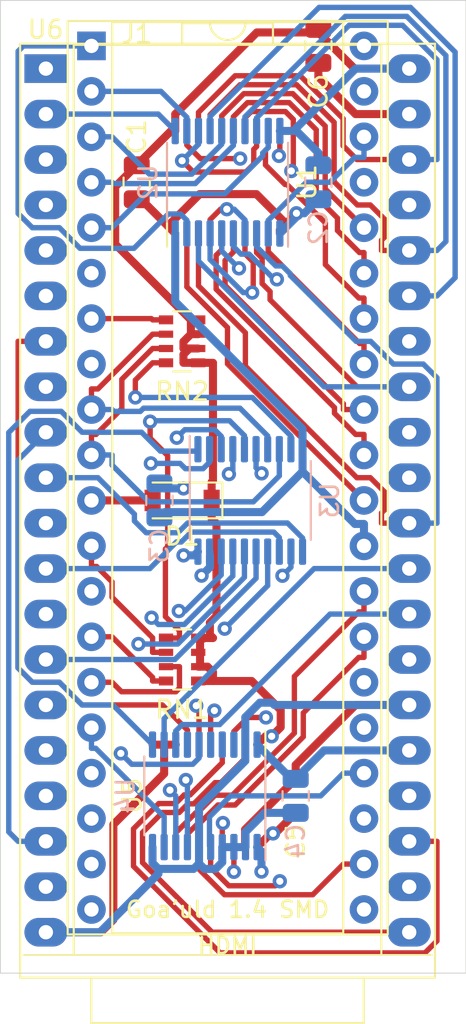
<source format=kicad_pcb>
(kicad_pcb (version 20211014) (generator pcbnew)
  (title_block (title "MSX-IDE 2021") (date "2021-08-05") (company "MSXmakers"))
  (layers (0 "F.Cu" signal "Top") (1 "In1.Cu" signal) (2 "In2.Cu" signal) (31 "B.Cu" signal "Bottom") (34 "B.Paste" user) (35 "F.Paste" user) (36 "B.SilkS" user "B.Silkscreen") (37 "F.SilkS" user "F.Silkscreen") (38 "B.Mask" user) (39 "F.Mask" user) (44 "Edge.Cuts" user))
  (net 0 "")
  (net 1 "VCC_3V3")
  (net 2 "GND")
  (net 3 "VCC_5V")
  (net 6 "MP0_33")
  (net 7 "A0")
  (net 8 "MP1_33")
  (net 9 "MP2_33")
  (net 10 "MP3_33")
  (net 11 "MERQ")
  (net 12 "IORQ")
  (net 13 "RD")
  (net 14 "WR")
  (net 15 "RESET")
  (net 16 "CLOCK")
  (net 17 "D0")
  (net 18 "D1")
  (net 19 "D2")
  (net 20 "D3")
  (net 21 "D4")
  (net 22 "D5")
  (net 23 "D6")
  (net 24 "D7")
  (net 25 "A1")
  (net 26 "A2")
  (net 27 "A3")
  (net 28 "A4")
  (net 29 "A5")
  (net 30 "A6")
  (net 31 "A7")
  (net 32 "A9")
  (net 33 "A15")
  (net 34 "A11")
  (net 35 "A10")
  (net 36 "A12")
  (net 37 "A8")
  (net 38 "A14")
  (net 39 "A13")
  (net 40 "DATADIR_33")
  (net 41 "M1")
  (net 42 "RFSH")
  (net 43 "MSEL0_33")
  (net 44 "MP4_33")
  (net 45 "MP5_33")
  (net 46 "MP6_33")
  (net 47 "WAIT")
  (net 48 "INT")
  (net 49 "MP7_33")
  (net 50 "MSEL1_33")
  (net 53 "WAIT_33")
  (net 55 "INT_33")
  (net 56 "RFSH_33")
  (net 57 "M1_33")
  (net 59 "VCC_4V7")
  (net 61 "CLOCK_33")
  (net 62 "RESET_33")
  (net 63 "WR_33")
  (net 64 "RD_33")
  (net 65 "IORQ_33")
  (net 66 "MERQ_33")
  (net 68 "D7_33")
  (net 69 "D6_33")
  (net 70 "D5_33")
  (net 71 "D4_33")
  (net 72 "D3_33")
  (net 73 "D2_33")
  (net 74 "D1_33")
  (net 75 "D0_33")
  (footprint "Package_SO:TSSOP-20_4.4x6.5mm_P0.65mm" (layer "F.Cu") (at 147.32 83.82 90)
    (fp_text reference "U1")
    (fp_text value "74HC373")
  )
  (footprint "Mis_huellas:Tang_Nano_20k" (layer "F.Cu") (at 137.16 77.47)
    (fp_text reference "U6")
    (fp_text value "Tang_Nano_20k")
  )
  (footprint "Package_SO:TSSOP-20_4.4x6.5mm_P0.65mm" (layer "F.Cu") (at 146.05 118.11 -90)
    (fp_text reference "U5")
    (fp_text value "SN74HC245")
  )
  (footprint "Capacitor_SMD:C_0805_2012Metric" (layer "F.Cu") (at 152.4 76.2 -90)
    (fp_text reference "C6")
    (fp_text value "100n")
  )
  (footprint "Resistor_SMD:R_Array_Convex_4x0603" (layer "F.Cu") (at 144.78 110.49 180)
    (fp_text reference "RN1")
    (fp_text value "R_Pack04")
  )
  (footprint "Diode_SMD:D_SOD-123" (layer "F.Cu") (at 144.78 101.6 180)
    (fp_text reference "D1")
    (fp_text value "MBR130")
  )
  (footprint "Resistor_SMD:R_Array_Convex_4x0603" (layer "F.Cu") (at 144.78 92.71 180)
    (fp_text reference "RN2")
    (fp_text value "R_Pack04")
  )
  (footprint "Capacitor_SMD:C_0805_2012Metric" (layer "F.Cu") (at 151.13 118.11 90)
    (fp_text reference "C5")
    (fp_text value "100n")
  )
  (footprint "Package_DIP:DIP-40_W15.24mm_Socket" (layer "F.Cu") (at 139.71 76.2)
    (fp_text reference "J1")
    (fp_text value "Z80CPU")
  )
  (footprint "Capacitor_SMD:C_0805_2012Metric" (layer "F.Cu") (at 142.24 83.82 -90)
    (fp_text reference "C1")
    (fp_text value "100n")
  )
  (footprint "Package_SO:TSSOP-20_4.4x6.5mm_P0.65mm" (layer "B.Cu") (at 148.59 101.6 -90)
    (fp_text reference "U3")
    (fp_text value "SN74LVC245A")
  )
  (footprint "Capacitor_SMD:C_0805_2012Metric" (layer "B.Cu") (at 151.13 118.11 -90)
    (fp_text reference "C4")
    (fp_text value "100n")
  )
  (footprint "Package_SO:TSSOP-20_4.4x6.5mm_P0.65mm" (layer "B.Cu") (at 146.05 118.11 90)
    (fp_text reference "U4")
    (fp_text value "SN74LVC245A")
  )
  (footprint "Capacitor_SMD:C_0805_2012Metric" (layer "B.Cu") (at 143.51 101.6 -90)
    (fp_text reference "C3")
    (fp_text value "100n")
  )
  (footprint "Capacitor_SMD:C_0805_2012Metric" (layer "B.Cu") (at 152.4 83.82 -90)
    (fp_text reference "C2")
    (fp_text value "100n")
  )
  (footprint "Package_SO:TSSOP-20_4.4x6.5mm_P0.65mm" (layer "B.Cu") (at 147.32 83.82 90)
    (fp_text reference "U2")
    (fp_text value "74HC373")
  )
  (gr_rect (start 134.62 73.66) (end 160.655 128.016) (layer "Edge.Cuts") (width 0.05) (fill none))
  (gr_text "Goa'uld 1.4 SMD" (at 147.32 124.46) (layer "F.SilkS") (effects (font (size 0.9 0.9))))
  (gr_text "HDMI" (at 147.32 126.492) (layer "F.SilkS") (effects (font (size 0.9 0.9))))
  (via (at 149.2178 122.3401) (size 0.8) (drill 0.4) (layers "F.Cu" "B.Cu") (net 1))
  (via (at 144.8572 100.928) (size 0.8) (drill 0.4) (layers "F.Cu" "B.Cu") (net 1))
  (via (at 144.8581 104.6708) (size 0.8) (drill 0.4) (layers "F.Cu" "B.Cu") (net 1))
  (segment (start 144.8581 104.6708) (end 145.4567 104.6708) (width 0.45) (layer "B.Cu") (net 1))
  (segment (start 157.48 115.57) (end 152.72 115.57) (width 0.45) (layer "B.Cu") (net 1))
  (segment (start 145.4567 104.6708) (end 145.665 104.4625) (width 0.45) (layer "B.Cu") (net 1))
  (segment (start 148.9752 120.9725) (end 149.2178 121.2151) (width 0.45) (layer "B.Cu") (net 1))
  (segment (start 143.51 100.65) (end 143.788 100.928) (width 0.45) (layer "B.Cu") (net 1))
  (segment (start 143.788 100.928) (end 144.8572 100.928) (width 0.45) (layer "B.Cu") (net 1))
  (segment (start 148.975 120.9725) (end 148.9752 120.9725) (width 0.45) (layer "B.Cu") (net 1))
  (segment (start 151.13 117.16) (end 150.8875 117.16) (width 0.45) (layer "B.Cu") (net 1))
  (segment (start 150.8875 117.16) (end 148.975 115.2475) (width 0.45) (layer "B.Cu") (net 1))
  (segment (start 152.72 115.57) (end 151.13 117.16) (width 0.45) (layer "B.Cu") (net 1))
  (segment (start 149.2178 121.2151) (end 149.2178 122.3401) (width 0.45) (layer "B.Cu") (net 1))
  (segment (start 157.48 80.01) (end 154.477 80.01) (width 0.45) (layer "F.Cu") (net 2))
  (segment (start 150.5903 86.1363) (end 148.9371 84.4831) (width 0.45) (layer "F.Cu") (net 2))
  (segment (start 148.3006 120.7277) (end 148.3006 119.9894) (width 0.45) (layer "F.Cu") (net 2))
  (segment (start 140.9352 125.0304) (end 140.2356 125.73) (width 0.45) (layer "F.Cu") (net 2))
  (segment (start 148.3006 120.9481) (end 148.325 120.9725) (width 0.4006) (layer "F.Cu") (net 2))
  (segment (start 145.761 84.4831) (end 143.9783 86.2658) (width 0.45) (layer "F.Cu") (net 2))
  (segment (start 148.3006 119.9894) (end 151.13 117.16) (width 0.45) (layer "F.Cu") (net 2))
  (segment (start 143.125 115.2475) (end 143.775 115.2475) (width 0.45) (layer "F.Cu") (net 2))
  (segment (start 151.13 116.38) (end 154.48 113.03) (width 0.45) (layer "F.Cu") (net 2))
  (segment (start 150.245 86.4816) (end 150.245 86.6825) (width 0.45) (layer "F.Cu") (net 2))
  (segment (start 151.13 117.16) (end 151.13 116.38) (width 0.45) (layer "F.Cu") (net 2))
  (segment (start 143.9783 86.2658) (end 144.395 86.6825) (width 0.45) (layer "F.Cu") (net 2))
  (segment (start 148.9371 84.4831) (end 145.761 84.4831) (width 0.45) (layer "F.Cu") (net 2))
  (segment (start 154.477 80.01) (end 152.4 77.933) (width 0.45) (layer "F.Cu") (net 2))
  (segment (start 140.9352 119.7109) (end 140.9352 125.0304) (width 0.45) (layer "F.Cu") (net 2))
  (segment (start 143.775 115.2475) (end 143.775 116.8711) (width 0.45) (layer "F.Cu") (net 2))
  (segment (start 140.2356 125.73) (end 137.16 125.73) (width 0.45) (layer "F.Cu") (net 2))
  (segment (start 152.4 77.933) (end 152.4 77.15) (width 0.45) (layer "F.Cu") (net 2))
  (segment (start 142.4825 84.77) (end 143.9783 86.2658) (width 0.45) (layer "F.Cu") (net 2))
  (segment (start 143.775 116.8711) (end 140.9352 119.7109) (width 0.45) (layer "F.Cu") (net 2))
  (segment (start 151.1733 85.5533) (end 150.5903 86.1363) (width 0.45) (layer "F.Cu") (net 2))
  (segment (start 142.24 84.77) (end 142.4825 84.77) (width 0.45) (layer "F.Cu") (net 2))
  (segment (start 143.775 115.2475) (end 144.425 115.2475) (width 0.45) (layer "F.Cu") (net 2))
  (segment (start 154.48 113.03) (end 157.48 113.03) (width 0.45) (layer "F.Cu") (net 2))
  (segment (start 150.5903 86.1363) (end 150.245 86.4816) (width 0.45) (layer "F.Cu") (net 2))
  (segment (start 148.3006 120.7277) (end 148.3006 120.9481) (width 0.4006) (layer "F.Cu") (net 2))
  (via (at 151.1733 85.5533) (size 0.8) (drill 0.4) (layers "F.Cu" "B.Cu") (net 2))
  (via (at 145.8665 105.8015) (size 0.8) (drill 0.4) (layers "F.Cu" "B.Cu") (net 2))
  (segment (start 151.6167 85.5533) (end 151.1733 85.5533) (width 0.45) (layer "B.Cu") (net 2))
  (segment (start 140.1864 125.73) (end 137.16 125.73) (width 0.45) (layer "B.Cu") (net 2))
  (segment (start 149.8077 112.9032) (end 149.1242 112.9032) (width 0.45) (layer "B.Cu") (net 2))
  (segment (start 143.8068 102.2532) (end 149.2494 102.2532) (width 0.45) (layer "B.Cu") (net 2))
  (segment (start 148.325 120.126) (end 148.325 120.9725) (width 0.45) (layer "B.Cu") (net 2))
  (segment (start 143.4556 122.1907) (end 143.4556 122.4608) (width 0.45) (layer "B.Cu") (net 2))
  (segment (start 143.4556 122.4608) (end 140.1864 125.73) (width 0.45) (layer "B.Cu") (net 2))
  (segment (start 151.515 98.7375) (end 151.515 99.9876) (width 0.45) (layer "B.Cu") (net 2))
  (segment (start 147.025 120.9725) (end 147.025 121.82) (width 0.45) (layer "B.Cu") (net 2))
  (segment (start 151.13 119.06) (end 149.391 119.06) (width 0.45) (layer "B.Cu") (net 2))
  (segment (start 151.515 99.9876) (end 154.4423 102.9149) (width 0.45) (layer "B.Cu") (net 2))
  (segment (start 151.515 97.6105) (end 151.515 98.7375) (width 0.45) (layer "B.Cu") (net 2))
  (segment (start 146.3394 104.4869) (end 146.315 104.4625) (width 0.4006) (layer "B.Cu") (net 2))
  (segment (start 148.3128 115.2475) (end 148.325 115.2475) (width 0.4006) (layer "B.Cu") (net 2))
  (segment (start 148.3128 113.7146) (end 148.3128 115.2475) (width 0.45) (layer "B.Cu") (net 2))
  (segment (start 143.125 121.8601) (end 143.125 120.9725) (width 0.45) (layer "B.Cu") (net 2))
  (segment (start 149.9345 113.03) (end 149.8077 112.9032) (width 0.45) (layer "B.Cu") (net 2))
  (segment (start 147.025 120.9725) (end 147.675 120.9725) (width 0.45) (layer "B.Cu") (net 2))
  (segment (start 146.0284 122.194) (end 145.725 121.8906) (width 0.45) (layer "B.Cu") (net 2))
  (segment (start 147.025 121.82) (end 146.651 122.194) (width 0.45) (layer "B.Cu") (net 2))
  (segment (start 145.725 121.8906) (end 145.4249 122.1907) (width 0.45) (layer "B.Cu") (net 2))
  (segment (start 143.51 102.55) (end 143.8068 102.2532) (width 0.45) (layer "B.Cu") (net 2))
  (segment (start 148.3128 115.2475) (end 148.3128 116.1529) (width 0.45) (layer "B.Cu") (net 2))
  (segment (start 146.651 122.194) (end 146.0284 122.194) (width 0.45) (layer "B.Cu") (net 2))
  (segment (start 151.1733 85.7542) (end 150.245 86.6825) (width 0.45) (layer "B.Cu") (net 2))
  (segment (start 152.4 84.77) (end 151.6167 85.5533) (width 0.45) (layer "B.Cu") (net 2))
  (segment (start 149.391 119.06) (end 148.325 120.126) (width 0.45) (layer "B.Cu") (net 2))
  (segment (start 149.1242 112.9032) (end 148.3128 113.7146) (width 0.45) (layer "B.Cu") (net 2))
  (segment (start 157.48 113.03) (end 149.9345 113.03) (width 0.45) (layer "B.Cu") (net 2))
  (segment (start 154.4423 102.9149) (end 154.95 102.9149) (width 0.45) (layer "B.Cu") (net 2))
  (segment (start 144.395 86.6825) (end 144.395 90.4905) (width 0.45) (layer "B.Cu") (net 2))
  (segment (start 148.3128 116.1529) (end 145.725 118.7407) (width 0.45) (layer "B.Cu") (net 2))
  (segment (start 151.1733 85.5533) (end 151.1733 85.7542) (width 0.45) (layer "B.Cu") (net 2))
  (segment (start 143.4556 122.1907) (end 143.125 121.8601) (width 0.45) (layer "B.Cu") (net 2))
  (segment (start 146.3394 104.7073) (end 146.3394 104.4869) (width 0.4006) (layer "B.Cu") (net 2))
  (segment (start 145.4249 122.1907) (end 143.4556 122.1907) (width 0.45) (layer "B.Cu") (net 2))
  (segment (start 154.95 104.14) (end 154.95 102.9149) (width 0.45) (layer "B.Cu") (net 2))
  (segment (start 144.395 90.4905) (end 151.515 97.6105) (width 0.45) (layer "B.Cu") (net 2))
  (segment (start 147.675 120.9725) (end 148.325 120.9725) (width 0.45) (layer "B.Cu") (net 2))
  (segment (start 149.2494 102.2532) (end 151.515 99.9876) (width 0.45) (layer "B.Cu") (net 2))
  (segment (start 145.725 121.8906) (end 145.725 120.9725) (width 0.45) (layer "B.Cu") (net 2))
  (segment (start 145.725 118.7407) (end 145.725 120.9725) (width 0.45) (layer "B.Cu") (net 2))
  (segment (start 146.3394 105.3286) (end 145.8665 105.8015) (width 0.45) (layer "B.Cu") (net 2))
  (segment (start 146.3394 104.7073) (end 146.3394 105.3286) (width 0.45) (layer "B.Cu") (net 2))
  (segment (start 139.71 101.6) (end 143.13 101.6) (width 0.45) (layer "F.Cu") (net 3))
  (segment (start 154.5532 100.33) (end 155.3066 100.33) (width 0.3) (layer "F.Cu") (net 6))
  (segment (start 155.9299 102.3009) (end 155.9299 102.87) (width 0.3) (layer "F.Cu") (net 6))
  (segment (start 145.695 86.6825) (end 145.695 89.608) (width 0.3) (layer "F.Cu") (net 6))
  (segment (start 156.1194 102.1114) (end 155.9299 102.3009) (width 0.3) (layer "F.Cu") (net 6))
  (segment (start 155.3066 100.33) (end 156.1194 101.1428) (width 0.3) (layer "F.Cu") (net 6))
  (segment (start 145.695 89.608) (end 148.3171 92.2301) (width 0.3) (layer "F.Cu") (net 6))
  (segment (start 148.3171 92.2301) (end 148.3171 94.0939) (width 0.3) (layer "F.Cu") (net 6))
  (segment (start 157.48 102.87) (end 155.9299 102.87) (width 0.3) (layer "F.Cu") (net 6))
  (segment (start 148.3171 94.0939) (end 154.5532 100.33) (width 0.3) (layer "F.Cu") (net 6))
  (segment (start 156.1194 101.1428) (end 156.1194 102.1114) (width 0.3) (layer "F.Cu") (net 6))
  (segment (start 150.8284 89.0266) (end 150.8284 88.934) (width 0.3) (layer "B.Cu") (net 6))
  (segment (start 150.0186 88.4946) (end 148.945 87.421) (width 0.3) (layer "B.Cu") (net 6))
  (segment (start 150.389 88.4946) (end 150.0186 88.4946) (width 0.3) (layer "B.Cu") (net 6))
  (segment (start 150.8284 88.934) (end 150.389 88.4946) (width 0.3) (layer "B.Cu") (net 6))
  (segment (start 159.0301 94.7403) (end 158.2698 93.98) (width 0.3) (layer "B.Cu") (net 6))
  (segment (start 154.5118 92.71) (end 150.8284 89.0266) (width 0.3) (layer "B.Cu") (net 6))
  (segment (start 155.3267 92.71) (end 154.5118 92.71) (width 0.3) (layer "B.Cu") (net 6))
  (segment (start 148.945 87.421) (end 148.945 86.6825) (width 0.3) (layer "B.Cu") (net 6))
  (segment (start 157.48 102.87) (end 159.0301 102.87) (width 0.3) (layer "B.Cu") (net 6))
  (segment (start 158.2698 93.98) (end 156.5967 93.98) (width 0.3) (layer "B.Cu") (net 6))
  (segment (start 159.0301 102.87) (end 159.0301 94.7403) (width 0.3) (layer "B.Cu") (net 6))
  (segment (start 156.5967 93.98) (end 155.3267 92.71) (width 0.3) (layer "B.Cu") (net 6))
  (segment (start 145.045 89.6655) (end 147.3168 91.9373) (width 0.3) (layer "F.Cu") (net 7))
  (segment (start 147.3168 93.9668) (end 154.95 101.6) (width 0.3) (layer "F.Cu") (net 7))
  (segment (start 147.3168 91.9373) (end 147.3168 93.9668) (width 0.3) (layer "F.Cu") (net 7))
  (segment (start 145.045 86.6825) (end 145.045 89.6655) (width 0.3) (layer "F.Cu") (net 7))
  (segment (start 146.345 85.9094) (end 146.345 86.6825) (width 0.3) (layer "F.Cu") (net 8))
  (segment (start 147.2799 85.3263) (end 146.9281 85.3263) (width 0.3) (layer "F.Cu") (net 8))
  (segment (start 146.9281 85.3263) (end 146.345 85.9094) (width 0.3) (layer "F.Cu") (net 8))
  (via (at 147.2799 85.3263) (size 0.8) (drill 0.4) (layers "F.Cu" "B.Cu") (net 8))
  (segment (start 148.295 85.926) (end 147.6953 85.3263) (width 0.3) (layer "B.Cu") (net 8))
  (segment (start 147.6953 85.3263) (end 147.2799 85.3263) (width 0.3) (layer "B.Cu") (net 8))
  (segment (start 148.295 86.6825) (end 148.295 85.926) (width 0.3) (layer "B.Cu") (net 8))
  (segment (start 148.295 87.8151) (end 148.7552 88.2753) (width 0.3) (layer "F.Cu") (net 9))
  (segment (start 148.7552 88.2753) (end 148.7552 89.9259) (width 0.3) (layer "F.Cu") (net 9))
  (segment (start 148.295 86.6825) (end 148.295 87.8151) (width 0.3) (layer "F.Cu") (net 9))
  (segment (start 148.7552 89.9259) (end 148.6965 89.9846) (width 0.3) (layer "F.Cu") (net 9))
  (via (at 148.6965 89.9846) (size 0.8) (drill 0.4) (layers "F.Cu" "B.Cu") (net 9))
  (segment (start 148.1926 89.9846) (end 148.6965 89.9846) (width 0.3) (layer "B.Cu") (net 9))
  (segment (start 146.345 86.6825) (end 146.345 88.137) (width 0.3) (layer "B.Cu") (net 9))
  (segment (start 146.345 88.137) (end 148.1926 89.9846) (width 0.3) (layer "B.Cu") (net 9))
  (segment (start 154.5631 95.25) (end 149.6982 90.3851) (width 0.3) (layer "F.Cu") (net 10))
  (segment (start 149.2553 88.0682) (end 148.945 87.7579) (width 0.3) (layer "F.Cu") (net 10))
  (segment (start 149.2553 89.4827) (end 149.2553 88.0682) (width 0.3) (layer "F.Cu") (net 10))
  (segment (start 149.6982 89.9256) (end 149.2553 89.4827) (width 0.3) (layer "F.Cu") (net 10))
  (segment (start 157.48 95.25) (end 154.5631 95.25) (width 0.3) (layer "F.Cu") (net 10))
  (segment (start 149.6982 90.3851) (end 149.6982 89.9256) (width 0.3) (layer "F.Cu") (net 10))
  (segment (start 148.945 87.7579) (end 148.945 86.6825) (width 0.3) (layer "F.Cu") (net 10))
  (segment (start 152.7238 95.25) (end 157.48 95.25) (width 0.3) (layer "B.Cu") (net 10))
  (segment (start 145.695 88.2212) (end 152.7238 95.25) (width 0.3) (layer "B.Cu") (net 10))
  (segment (start 145.695 86.6825) (end 145.695 88.2212) (width 0.3) (layer "B.Cu") (net 10))
  (segment (start 147.675 122.3535) (end 147.675 120.9725) (width 0.3) (layer "F.Cu") (net 11))
  (via (at 147.675 122.3535) (size 0.8) (drill 0.4) (layers "F.Cu" "B.Cu") (net 11))
  (segment (start 147.025 119.6646) (end 147.0604 119.6292) (width 0.3) (layer "F.Cu") (net 12))
  (segment (start 147.025 120.9725) (end 147.025 119.6646) (width 0.3) (layer "F.Cu") (net 12))
  (via (at 147.0604 119.6292) (size 0.8) (drill 0.4) (layers "F.Cu" "B.Cu") (net 12))
  (segment (start 149.9904 123.134) (end 147.3937 123.134) (width 0.3) (layer "F.Cu") (net 13))
  (segment (start 147.3937 123.134) (end 146.375 122.1153) (width 0.3) (layer "F.Cu") (net 13))
  (segment (start 146.375 122.1153) (end 146.375 120.9725) (width 0.3) (layer "F.Cu") (net 13))
  (segment (start 150.2433 122.8811) (end 149.9904 123.134) (width 0.3) (layer "F.Cu") (net 13))
  (via (at 150.2433 122.8811) (size 0.8) (drill 0.4) (layers "F.Cu" "B.Cu") (net 13))
  (segment (start 154.95 121.92) (end 153.7999 121.92) (width 0.3) (layer "F.Cu") (net 14))
  (segment (start 153.7999 121.92) (end 152.085 123.6349) (width 0.3) (layer "F.Cu") (net 14))
  (segment (start 152.085 123.6349) (end 147.1508 123.6349) (width 0.3) (layer "F.Cu") (net 14))
  (segment (start 145.725 122.2091) (end 145.725 120.9725) (width 0.3) (layer "F.Cu") (net 14))
  (segment (start 147.1508 123.6349) (end 145.725 122.2091) (width 0.3) (layer "F.Cu") (net 14))
  (via (at 144.9865 117.2235) (size 0.8) (drill 0.4) (layers "F.Cu" "B.Cu") (net 15))
  (segment (start 145.075 117.312) (end 144.9865 117.2235) (width 0.3) (layer "B.Cu") (net 15))
  (segment (start 145.075 120.9725) (end 145.075 117.312) (width 0.3) (layer "B.Cu") (net 15))
  (via (at 144.0997 117.7888) (size 0.8) (drill 0.4) (layers "F.Cu" "B.Cu") (net 16))
  (segment (start 144.425 120.9725) (end 144.425 118.1141) (width 0.3) (layer "B.Cu") (net 16))
  (segment (start 144.425 118.1141) (end 144.0997 117.7888) (width 0.3) (layer "B.Cu") (net 16))
  (segment (start 143.88 111.69) (end 143.1299 111.69) (width 0.3) (layer "F.Cu") (net 17))
  (segment (start 143.1299 111.4898) (end 143.1299 111.69) (width 0.3) (layer "F.Cu") (net 17))
  (segment (start 140.8601 109.22) (end 143.1299 111.4898) (width 0.3) (layer "F.Cu") (net 17))
  (segment (start 139.71 109.22) (end 140.8601 109.22) (width 0.3) (layer "F.Cu") (net 17))
  (via (at 143.0322 99.5304) (size 0.8) (drill 0.4) (layers "F.Cu" "B.Cu") (net 17))
  (segment (start 146.315 99.463) (end 145.9506 99.8274) (width 0.3) (layer "B.Cu") (net 17))
  (segment (start 146.315 98.7375) (end 146.315 99.463) (width 0.3) (layer "B.Cu") (net 17))
  (segment (start 144.9612 99.8274) (end 144.6642 99.5304) (width 0.3) (layer "B.Cu") (net 17))
  (segment (start 145.9506 99.8274) (end 144.9612 99.8274) (width 0.3) (layer "B.Cu") (net 17))
  (segment (start 144.6642 99.5304) (end 143.0322 99.5304) (width 0.3) (layer "B.Cu") (net 17))
  (segment (start 141.3903 112.2902) (end 144.4313 112.2902) (width 0.3) (layer "F.Cu") (net 18))
  (segment (start 140.8601 111.76) (end 141.3903 112.2902) (width 0.3) (layer "F.Cu") (net 18))
  (segment (start 144.4313 112.2902) (end 144.6301 112.0914) (width 0.3) (layer "F.Cu") (net 18))
  (segment (start 143.88 110.89) (end 144.6301 110.89) (width 0.3) (layer "F.Cu") (net 18))
  (segment (start 139.71 111.76) (end 140.8601 111.76) (width 0.3) (layer "F.Cu") (net 18))
  (segment (start 144.6301 112.0914) (end 144.6301 110.89) (width 0.3) (layer "F.Cu") (net 18))
  (via (at 144.4793 98.0953) (size 0.8) (drill 0.4) (layers "F.Cu" "B.Cu") (net 18))
  (segment (start 146.965 98.0123) (end 146.6011 97.6484) (width 0.3) (layer "B.Cu") (net 18))
  (segment (start 146.965 98.7375) (end 146.965 98.0123) (width 0.3) (layer "B.Cu") (net 18))
  (segment (start 144.9262 97.6484) (end 144.4793 98.0953) (width 0.3) (layer "B.Cu") (net 18))
  (segment (start 146.6011 97.6484) (end 144.9262 97.6484) (width 0.3) (layer "B.Cu") (net 18))
  (segment (start 139.71 104.14) (end 139.71 105.2901) (width 0.3) (layer "F.Cu") (net 19))
  (segment (start 140.8601 107.0072) (end 143.1299 109.277) (width 0.3) (layer "F.Cu") (net 19))
  (segment (start 143.1299 109.277) (end 143.1299 110.09) (width 0.3) (layer "F.Cu") (net 19))
  (segment (start 139.9976 105.2901) (end 140.8601 106.1526) (width 0.3) (layer "F.Cu") (net 19))
  (segment (start 140.8601 106.1526) (end 140.8601 107.0072) (width 0.3) (layer "F.Cu") (net 19))
  (segment (start 143.88 110.09) (end 143.1299 110.09) (width 0.3) (layer "F.Cu") (net 19))
  (segment (start 139.71 105.2901) (end 139.9976 105.2901) (width 0.3) (layer "F.Cu") (net 19))
  (via (at 147.395 100.1283) (size 0.8) (drill 0.4) (layers "F.Cu" "B.Cu") (net 19))
  (segment (start 147.615 99.9083) (end 147.395 100.1283) (width 0.3) (layer "B.Cu") (net 19))
  (segment (start 147.615 98.7375) (end 147.615 99.9083) (width 0.3) (layer "B.Cu") (net 19))
  (segment (start 143.845 108.0911) (end 143.845 104.3162) (width 0.3) (layer "F.Cu") (net 20))
  (segment (start 143.88 109.29) (end 144.6301 109.29) (width 0.3) (layer "F.Cu") (net 20))
  (segment (start 143.972 99.0961) (end 142.9909 98.115) (width 0.3) (layer "F.Cu") (net 20))
  (segment (start 143.972 104.1892) (end 143.972 99.0961) (width 0.3) (layer "F.Cu") (net 20))
  (segment (start 144.6301 108.8762) (end 143.845 108.0911) (width 0.3) (layer "F.Cu") (net 20))
  (segment (start 143.845 104.3162) (end 143.972 104.1892) (width 0.3) (layer "F.Cu") (net 20))
  (segment (start 142.9909 98.115) (end 142.9909 97.1974) (width 0.3) (layer "F.Cu") (net 20))
  (segment (start 144.6301 109.29) (end 144.6301 108.8762) (width 0.3) (layer "F.Cu") (net 20))
  (via (at 142.9909 97.1974) (size 0.8) (drill 0.4) (layers "F.Cu" "B.Cu") (net 20))
  (segment (start 143.0411 97.1472) (end 142.9909 97.1974) (width 0.3) (layer "B.Cu") (net 20))
  (segment (start 147.4355 97.1472) (end 143.0411 97.1472) (width 0.3) (layer "B.Cu") (net 20))
  (segment (start 148.265 97.9767) (end 147.4355 97.1472) (width 0.3) (layer "B.Cu") (net 20))
  (segment (start 148.265 98.7375) (end 148.265 97.9767) (width 0.3) (layer "B.Cu") (net 20))
  (segment (start 143.0599 91.44) (end 143.1299 91.51) (width 0.3) (layer "F.Cu") (net 21))
  (segment (start 139.71 91.44) (end 143.0599 91.44) (width 0.3) (layer "F.Cu") (net 21))
  (segment (start 143.88 91.51) (end 143.1299 91.51) (width 0.3) (layer "F.Cu") (net 21))
  (via (at 149.2239 100.0867) (size 0.8) (drill 0.4) (layers "F.Cu" "B.Cu") (net 21))
  (segment (start 148.915 99.7778) (end 149.2239 100.0867) (width 0.3) (layer "B.Cu") (net 21))
  (segment (start 148.915 98.7375) (end 148.915 99.7778) (width 0.3) (layer "B.Cu") (net 21))
  (segment (start 139.71 95.3699) (end 140.07 95.3699) (width 0.3) (layer "F.Cu") (net 22))
  (segment (start 143.88 92.31) (end 143.1299 92.31) (width 0.3) (layer "F.Cu") (net 22))
  (segment (start 140.07 95.3699) (end 143.1299 92.31) (width 0.3) (layer "F.Cu") (net 22))
  (segment (start 139.71 96.52) (end 139.71 95.3699) (width 0.3) (layer "F.Cu") (net 22))
  (segment (start 149.565 98.7375) (end 149.565 97.9953) (width 0.3) (layer "B.Cu") (net 22))
  (segment (start 148.0151 96.4454) (end 142.6234 96.4454) (width 0.3) (layer "B.Cu") (net 22))
  (segment (start 140.9646 96.6245) (end 140.8601 96.52) (width 0.3) (layer "B.Cu") (net 22))
  (segment (start 142.6234 96.4454) (end 142.4443 96.6245) (width 0.3) (layer "B.Cu") (net 22))
  (segment (start 149.565 97.9953) (end 148.0151 96.4454) (width 0.3) (layer "B.Cu") (net 22))
  (segment (start 142.4443 96.6245) (end 140.9646 96.6245) (width 0.3) (layer "B.Cu") (net 22))
  (segment (start 139.71 96.52) (end 140.8601 96.52) (width 0.3) (layer "B.Cu") (net 22))
  (segment (start 141.4089 94.831) (end 143.1299 93.11) (width 0.3) (layer "F.Cu") (net 23))
  (segment (start 139.71 97.9099) (end 139.968 97.9099) (width 0.3) (layer "F.Cu") (net 23))
  (segment (start 143.88 93.11) (end 143.1299 93.11) (width 0.3) (layer "F.Cu") (net 23))
  (segment (start 139.71 99.06) (end 139.71 97.9099) (width 0.3) (layer "F.Cu") (net 23))
  (segment (start 139.968 97.9099) (end 141.4089 96.469) (width 0.3) (layer "F.Cu") (net 23))
  (segment (start 141.4089 96.469) (end 141.4089 94.831) (width 0.3) (layer "F.Cu") (net 23))
  (segment (start 140.8601 99.06) (end 140.8601 99.6208) (width 0.3) (layer "B.Cu") (net 23))
  (segment (start 142.9174 101.6781) (end 148.7661 101.6781) (width 0.3) (layer "B.Cu") (net 23))
  (segment (start 140.8601 99.6208) (end 142.9174 101.6781) (width 0.3) (layer "B.Cu") (net 23))
  (segment (start 139.71 99.06) (end 140.8601 99.06) (width 0.3) (layer "B.Cu") (net 23))
  (segment (start 150.215 100.2292) (end 150.215 98.7375) (width 0.3) (layer "B.Cu") (net 23))
  (segment (start 148.7661 101.6781) (end 150.215 100.2292) (width 0.3) (layer "B.Cu") (net 23))
  (segment (start 142.1629 95.8451) (end 142.1629 94.877) (width 0.3) (layer "F.Cu") (net 24))
  (segment (start 142.1629 94.877) (end 143.1299 93.91) (width 0.3) (layer "F.Cu") (net 24))
  (segment (start 143.88 93.91) (end 143.1299 93.91) (width 0.3) (layer "F.Cu") (net 24))
  (via (at 142.1629 95.8451) (size 0.8) (drill 0.4) (layers "F.Cu" "B.Cu") (net 24))
  (segment (start 150.865 97.9971) (end 148.713 95.8451) (width 0.3) (layer "B.Cu") (net 24))
  (segment (start 150.865 98.7375) (end 150.865 97.9971) (width 0.3) (layer "B.Cu") (net 24))
  (segment (start 148.713 95.8451) (end 142.1629 95.8451) (width 0.3) (layer "B.Cu") (net 24))
  (segment (start 154.95 99.06) (end 154.95 97.9099) (width 0.3) (layer "F.Cu") (net 25))
  (segment (start 146.995 87.589) (end 146.6824 87.9016) (width 0.3) (layer "F.Cu") (net 25))
  (segment (start 146.6824 89.7932) (end 153.2998 96.4106) (width 0.3) (layer "F.Cu") (net 25))
  (segment (start 153.2998 96.7271) (end 154.4826 97.9099) (width 0.3) (layer "F.Cu") (net 25))
  (segment (start 153.2998 96.4106) (end 153.2998 96.7271) (width 0.3) (layer "F.Cu") (net 25))
  (segment (start 146.995 86.6825) (end 146.995 87.589) (width 0.3) (layer "F.Cu") (net 25))
  (segment (start 154.4826 97.9099) (end 154.95 97.9099) (width 0.3) (layer "F.Cu") (net 25))
  (segment (start 146.6824 87.9016) (end 146.6824 89.7932) (width 0.3) (layer "F.Cu") (net 25))
  (segment (start 153.7999 96.2035) (end 147.1825 89.5861) (width 0.3) (layer "F.Cu") (net 26))
  (segment (start 147.1825 89.5861) (end 147.1825 88.1871) (width 0.3) (layer "F.Cu") (net 26))
  (segment (start 147.645 87.7246) (end 147.645 86.6825) (width 0.3) (layer "F.Cu") (net 26))
  (segment (start 154.95 96.52) (end 153.7999 96.52) (width 0.3) (layer "F.Cu") (net 26))
  (segment (start 147.1825 88.1871) (end 147.645 87.7246) (width 0.3) (layer "F.Cu") (net 26))
  (segment (start 153.7999 96.52) (end 153.7999 96.2035) (width 0.3) (layer "F.Cu") (net 26))
  (segment (start 154.95 92.8299) (end 154.7084 92.8299) (width 0.3) (layer "F.Cu") (net 27))
  (segment (start 154.95 93.98) (end 154.95 92.8299) (width 0.3) (layer "F.Cu") (net 27))
  (segment (start 149.595 87.7007) (end 149.595 86.6825) (width 0.3) (layer "F.Cu") (net 27))
  (segment (start 154.7084 92.8299) (end 150.8284 88.9499) (width 0.3) (layer "F.Cu") (net 27))
  (segment (start 150.8284 88.9341) (end 149.595 87.7007) (width 0.3) (layer "F.Cu") (net 27))
  (segment (start 150.8284 88.9499) (end 150.8284 88.9341) (width 0.3) (layer "F.Cu") (net 27))
  (segment (start 152.7902 88.4177) (end 154.6624 90.2899) (width 0.3) (layer "F.Cu") (net 28))
  (segment (start 149.595 81.8796) (end 149.4407 82.0339) (width 0.3) (layer "F.Cu") (net 28))
  (segment (start 149.4407 82.8523) (end 150.5295 83.9411) (width 0.3) (layer "F.Cu") (net 28))
  (segment (start 152.7902 86.0906) (end 152.7902 88.4177) (width 0.3) (layer "F.Cu") (net 28))
  (segment (start 150.5295 83.9411) (end 150.6407 83.9411) (width 0.3) (layer "F.Cu") (net 28))
  (segment (start 154.6624 90.2899) (end 154.95 90.2899) (width 0.3) (layer "F.Cu") (net 28))
  (segment (start 149.4407 82.0339) (end 149.4407 82.8523) (width 0.3) (layer "F.Cu") (net 28))
  (segment (start 150.6407 83.9411) (end 152.7902 86.0906) (width 0.3) (layer "F.Cu") (net 28))
  (segment (start 149.595 80.9575) (end 149.595 81.8796) (width 0.3) (layer "F.Cu") (net 28))
  (segment (start 154.95 91.44) (end 154.95 90.2899) (width 0.3) (layer "F.Cu") (net 28))
  (segment (start 154.6997 87.7499) (end 153.4672 86.5174) (width 0.3) (layer "F.Cu") (net 29))
  (segment (start 153.4672 85.8224) (end 152.2805 84.6357) (width 0.3) (layer "F.Cu") (net 29))
  (segment (start 152.2805 80.8849) (end 150.765 79.3694) (width 0.3) (layer "F.Cu") (net 29))
  (segment (start 153.4672 86.5174) (end 153.4672 85.8224) (width 0.3) (layer "F.Cu") (net 29))
  (segment (start 148.4372 79.3694) (end 147.645 80.1616) (width 0.3) (layer "F.Cu") (net 29))
  (segment (start 154.95 88.9) (end 154.95 87.7499) (width 0.3) (layer "F.Cu") (net 29))
  (segment (start 147.645 80.1616) (end 147.645 80.9575) (width 0.3) (layer "F.Cu") (net 29))
  (segment (start 154.95 87.7499) (end 154.6997 87.7499) (width 0.3) (layer "F.Cu") (net 29))
  (segment (start 150.765 79.3694) (end 148.4372 79.3694) (width 0.3) (layer "F.Cu") (net 29))
  (segment (start 152.2805 84.6357) (end 152.2805 80.8849) (width 0.3) (layer "F.Cu") (net 29))
  (segment (start 150.9721 78.8693) (end 148.2302 78.8693) (width 0.3) (layer "F.Cu") (net 30))
  (segment (start 152.7806 84.1906) (end 152.7806 80.6778) (width 0.3) (layer "F.Cu") (net 30))
  (segment (start 154.95 86.36) (end 152.7806 84.1906) (width 0.3) (layer "F.Cu") (net 30))
  (segment (start 146.995 80.1045) (end 146.995 80.9575) (width 0.3) (layer "F.Cu") (net 30))
  (segment (start 152.7806 80.6778) (end 150.9721 78.8693) (width 0.3) (layer "F.Cu") (net 30))
  (segment (start 148.2302 78.8693) (end 146.995 80.1045) (width 0.3) (layer "F.Cu") (net 30))
  (segment (start 145.045 81.743) (end 145.8009 82.4989) (width 0.3) (layer "F.Cu") (net 31))
  (segment (start 145.045 80.9575) (end 145.045 81.743) (width 0.3) (layer "F.Cu") (net 31))
  (segment (start 145.8009 82.4989) (end 148.0259 82.4989) (width 0.3) (layer "F.Cu") (net 31))
  (via (at 148.0259 82.4989) (size 0.8) (drill 0.4) (layers "F.Cu" "B.Cu") (net 31))
  (via (at 150.0783 89.2447) (size 0.8) (drill 0.4) (layers "F.Cu" "B.Cu") (net 32))
  (segment (start 148.0708 87.8359) (end 148.5239 87.8359) (width 0.3) (layer "B.Cu") (net 32))
  (segment (start 149.9327 89.2447) (end 150.0783 89.2447) (width 0.3) (layer "B.Cu") (net 32))
  (segment (start 148.5239 87.8359) (end 149.9327 89.2447) (width 0.3) (layer "B.Cu") (net 32))
  (segment (start 147.645 87.4101) (end 148.0708 87.8359) (width 0.3) (layer "B.Cu") (net 32))
  (segment (start 147.645 86.6825) (end 147.645 87.4101) (width 0.3) (layer "B.Cu") (net 32))
  (segment (start 149.2865 82.3446) (end 147.16 84.4711) (width 0.3) (layer "B.Cu") (net 33))
  (segment (start 149.595 80.9575) (end 149.595 81.8796) (width 0.3) (layer "B.Cu") (net 33))
  (segment (start 147.16 84.4711) (end 142.749 84.4711) (width 0.3) (layer "B.Cu") (net 33))
  (segment (start 149.2865 82.1881) (end 149.2865 82.3446) (width 0.3) (layer "B.Cu") (net 33))
  (segment (start 142.749 84.4711) (end 140.8601 86.36) (width 0.3) (layer "B.Cu") (net 33))
  (segment (start 149.595 81.8796) (end 149.2865 82.1881) (width 0.3) (layer "B.Cu") (net 33))
  (segment (start 139.71 86.36) (end 140.8601 86.36) (width 0.3) (layer "B.Cu") (net 33))
  (segment (start 142.0892 87.5109) (end 139.0675 87.5109) (width 0.3) (layer "B.Cu") (net 34))
  (segment (start 145.045 85.9456) (end 144.6937 85.5943) (width 0.3) (layer "B.Cu") (net 34))
  (segment (start 135.9077 76.2) (end 139.71 76.2) (width 0.3) (layer "B.Cu") (net 34))
  (segment (start 144.6937 85.5943) (end 144.0058 85.5943) (width 0.3) (layer "B.Cu") (net 34))
  (segment (start 144.0058 85.5943) (end 142.0892 87.5109) (width 0.3) (layer "B.Cu") (net 34))
  (segment (start 136.4027 86.36) (end 135.6098 85.5671) (width 0.3) (layer "B.Cu") (net 34))
  (segment (start 137.9166 86.36) (end 136.4027 86.36) (width 0.3) (layer "B.Cu") (net 34))
  (segment (start 145.045 86.6825) (end 145.045 85.9456) (width 0.3) (layer "B.Cu") (net 34))
  (segment (start 135.6098 85.5671) (end 135.6098 76.4979) (width 0.3) (layer "B.Cu") (net 34))
  (segment (start 135.6098 76.4979) (end 135.9077 76.2) (width 0.3) (layer "B.Cu") (net 34))
  (segment (start 139.0675 87.5109) (end 137.9166 86.36) (width 0.3) (layer "B.Cu") (net 34))
  (via (at 147.9609 88.6302) (size 0.8) (drill 0.4) (layers "F.Cu" "B.Cu") (net 35))
  (segment (start 146.995 87.6643) (end 146.995 86.6825) (width 0.3) (layer "B.Cu") (net 35))
  (segment (start 147.9609 88.6302) (end 146.995 87.6643) (width 0.3) (layer "B.Cu") (net 35))
  (segment (start 145.045 80.1899) (end 143.5951 78.74) (width 0.3) (layer "B.Cu") (net 36))
  (segment (start 143.5951 78.74) (end 139.71 78.74) (width 0.3) (layer "B.Cu") (net 36))
  (segment (start 145.045 80.9575) (end 145.045 80.1899) (width 0.3) (layer "B.Cu") (net 36))
  (segment (start 151.7246 83.82) (end 153.0432 83.82) (width 0.3) (layer "B.Cu") (net 37))
  (segment (start 154.4331 82.4301) (end 154.95 82.4301) (width 0.3) (layer "B.Cu") (net 37))
  (segment (start 154.95 81.28) (end 154.95 82.4301) (width 0.3) (layer "B.Cu") (net 37))
  (segment (start 149.595 86.6825) (end 149.595 85.9496) (width 0.3) (layer "B.Cu") (net 37))
  (segment (start 149.595 85.9496) (end 151.7246 83.82) (width 0.3) (layer "B.Cu") (net 37))
  (segment (start 153.0432 83.82) (end 154.4331 82.4301) (width 0.3) (layer "B.Cu") (net 37))
  (segment (start 140.9355 83.8954) (end 145.5147 83.8954) (width 0.3) (layer "B.Cu") (net 38))
  (segment (start 147.645 81.7651) (end 147.645 80.9575) (width 0.3) (layer "B.Cu") (net 38))
  (segment (start 145.5147 83.8954) (end 147.645 81.7651) (width 0.3) (layer "B.Cu") (net 38))
  (segment (start 139.71 83.82) (end 140.8601 83.82) (width 0.3) (layer "B.Cu") (net 38))
  (segment (start 140.8601 83.82) (end 140.9355 83.8954) (width 0.3) (layer "B.Cu") (net 38))
  (segment (start 146.995 81.6906) (end 145.3186 83.367) (width 0.3) (layer "B.Cu") (net 39))
  (segment (start 145.3186 83.367) (end 142.9471 83.367) (width 0.3) (layer "B.Cu") (net 39))
  (segment (start 139.71 81.28) (end 140.8601 81.28) (width 0.3) (layer "B.Cu") (net 39))
  (segment (start 142.9471 83.367) (end 140.8601 81.28) (width 0.3) (layer "B.Cu") (net 39))
  (segment (start 146.995 80.9575) (end 146.995 81.6906) (width 0.3) (layer "B.Cu") (net 39))
  (segment (start 135.0843 120.1244) (end 135.0843 97.8043) (width 0.3) (layer "B.Cu") (net 40))
  (segment (start 137.16 120.65) (end 135.6099 120.65) (width 0.3) (layer "B.Cu") (net 40))
  (segment (start 142.5115 97.79) (end 143.5669 98.8454) (width 0.3) (layer "B.Cu") (net 40))
  (segment (start 135.0843 97.8043) (end 136.2679 96.6207) (width 0.3) (layer "B.Cu") (net 40))
  (segment (start 138.0173 96.6207) (end 139.1866 97.79) (width 0.3) (layer "B.Cu") (net 40))
  (segment (start 136.2679 96.6207) (end 138.0173 96.6207) (width 0.3) (layer "B.Cu") (net 40))
  (segment (start 139.1866 97.79) (end 142.5115 97.79) (width 0.3) (layer "B.Cu") (net 40))
  (segment (start 143.5669 98.8454) (end 145.5571 98.8454) (width 0.3) (layer "B.Cu") (net 40))
  (segment (start 135.6099 120.65) (end 135.0843 120.1244) (width 0.3) (layer "B.Cu") (net 40))
  (segment (start 145.5571 98.8454) (end 145.665 98.7375) (width 0.3) (layer "B.Cu") (net 40))
  (segment (start 147.746 118.6205) (end 146.7819 118.6205) (width 0.3) (layer "F.Cu") (net 41))
  (segment (start 154.95 109.22) (end 154.95 110.3701) (width 0.3) (layer "F.Cu") (net 41))
  (segment (start 151.5562 113.4763) (end 151.5562 114.8103) (width 0.3) (layer "F.Cu") (net 41))
  (segment (start 151.5562 114.8103) (end 147.746 118.6205) (width 0.3) (layer "F.Cu") (net 41))
  (segment (start 146.7819 118.6205) (end 145.8476 119.5548) (width 0.3) (layer "F.Cu") (net 41))
  (segment (start 145.8476 119.5548) (end 145.7597 119.5548) (width 0.3) (layer "F.Cu") (net 41))
  (segment (start 145.075 120.2395) (end 145.075 120.9725) (width 0.3) (layer "F.Cu") (net 41))
  (segment (start 154.6624 110.3701) (end 151.5562 113.4763) (width 0.3) (layer "F.Cu") (net 41))
  (segment (start 154.95 110.3701) (end 154.6624 110.3701) (width 0.3) (layer "F.Cu") (net 41))
  (segment (start 145.7597 119.5548) (end 145.075 120.2395) (width 0.3) (layer "F.Cu") (net 41))
  (segment (start 145.6405 119.0547) (end 145.5427 119.0547) (width 0.3) (layer "F.Cu") (net 42))
  (segment (start 154.6625 107.8301) (end 151.0561 111.4365) (width 0.3) (layer "F.Cu") (net 42))
  (segment (start 144.425 120.1724) (end 144.425 120.9725) (width 0.3) (layer "F.Cu") (net 42))
  (segment (start 147.5854 118.0737) (end 146.6215 118.0737) (width 0.3) (layer "F.Cu") (net 42))
  (segment (start 151.0561 114.603) (end 147.5854 118.0737) (width 0.3) (layer "F.Cu") (net 42))
  (segment (start 145.5427 119.0547) (end 144.425 120.1724) (width 0.3) (layer "F.Cu") (net 42))
  (segment (start 146.6215 118.0737) (end 145.6405 119.0547) (width 0.3) (layer "F.Cu") (net 42))
  (segment (start 151.0561 111.4365) (end 151.0561 114.603) (width 0.3) (layer "F.Cu") (net 42))
  (segment (start 154.95 107.8301) (end 154.6625 107.8301) (width 0.3) (layer "F.Cu") (net 42))
  (segment (start 154.95 106.68) (end 154.95 107.8301) (width 0.3) (layer "F.Cu") (net 42))
  (segment (start 150.245 82.2903) (end 150.245 80.9575) (width 0.3) (layer "F.Cu") (net 43))
  (segment (start 150.1929 82.3424) (end 150.245 82.2903) (width 0.3) (layer "F.Cu") (net 43))
  (via (at 150.1929 82.3424) (size 0.8) (drill 0.4) (layers "F.Cu" "B.Cu") (net 43))
  (segment (start 148.945 80.9575) (end 148.945 81.8224) (width 0.3) (layer "F.Cu") (net 44))
  (segment (start 148.3415 83.249) (end 145.4096 83.249) (width 0.3) (layer "F.Cu") (net 44))
  (segment (start 148.7864 82.8041) (end 148.3415 83.249) (width 0.3) (layer "F.Cu") (net 44))
  (segment (start 148.945 81.8224) (end 148.7864 81.981) (width 0.3) (layer "F.Cu") (net 44))
  (segment (start 145.4096 83.249) (end 144.7775 82.6169) (width 0.3) (layer "F.Cu") (net 44))
  (segment (start 148.7864 81.981) (end 148.7864 82.8041) (width 0.3) (layer "F.Cu") (net 44))
  (via (at 144.7775 82.6169) (size 0.8) (drill 0.4) (layers "F.Cu" "B.Cu") (net 44))
  (segment (start 145.695 80.9575) (end 145.695 81.6994) (width 0.3) (layer "B.Cu") (net 44))
  (segment (start 145.695 81.6994) (end 144.7775 82.6169) (width 0.3) (layer "B.Cu") (net 44))
  (segment (start 148.6444 79.8695) (end 148.295 80.2189) (width 0.3) (layer "F.Cu") (net 45))
  (segment (start 150.8853 83.191) (end 150.9972 83.0791) (width 0.3) (layer "F.Cu") (net 45))
  (segment (start 150.9972 83.0791) (end 150.9972 80.3088) (width 0.3) (layer "F.Cu") (net 45))
  (segment (start 148.295 80.2189) (end 148.295 80.9575) (width 0.3) (layer "F.Cu") (net 45))
  (segment (start 150.9972 80.3088) (end 150.5579 79.8695) (width 0.3) (layer "F.Cu") (net 45))
  (segment (start 150.5579 79.8695) (end 148.6444 79.8695) (width 0.3) (layer "F.Cu") (net 45))
  (via (at 150.8853 83.191) (size 0.8) (drill 0.4) (layers "F.Cu" "B.Cu") (net 45))
  (segment (start 146.345 80.1413) (end 152.4394 74.0469) (width 0.3) (layer "B.Cu") (net 45))
  (segment (start 160.0473 89.1528) (end 159.0301 90.17) (width 0.3) (layer "B.Cu") (net 45))
  (segment (start 157.5494 74.0469) (end 160.0473 76.5448) (width 0.3) (layer "B.Cu") (net 45))
  (segment (start 157.48 90.17) (end 159.0301 90.17) (width 0.3) (layer "B.Cu") (net 45))
  (segment (start 146.345 80.9575) (end 146.345 80.1413) (width 0.3) (layer "B.Cu") (net 45))
  (segment (start 160.0473 76.5448) (end 160.0473 89.1528) (width 0.3) (layer "B.Cu") (net 45))
  (segment (start 152.4394 74.0469) (end 157.5494 74.0469) (width 0.3) (layer "B.Cu") (net 45))
  (segment (start 148.0231 78.3692) (end 146.345 80.0473) (width 0.3) (layer "F.Cu") (net 46))
  (segment (start 156.1194 86.8714) (end 156.1194 85.9028) (width 0.3) (layer "F.Cu") (net 46))
  (segment (start 155.9299 87.0609) (end 156.1194 86.8714) (width 0.3) (layer "F.Cu") (net 46))
  (segment (start 156.1194 85.9028) (end 155.3066 85.09) (width 0.3) (layer "F.Cu") (net 46))
  (segment (start 155.3066 85.09) (end 154.5797 85.09) (width 0.3) (layer "F.Cu") (net 46))
  (segment (start 153.2807 80.4707) (end 151.1792 78.3692) (width 0.3) (layer "F.Cu") (net 46))
  (segment (start 151.1792 78.3692) (end 148.0231 78.3692) (width 0.3) (layer "F.Cu") (net 46))
  (segment (start 157.48 87.63) (end 155.9299 87.63) (width 0.3) (layer "F.Cu") (net 46))
  (segment (start 153.2807 83.791) (end 153.2807 80.4707) (width 0.3) (layer "F.Cu") (net 46))
  (segment (start 155.9299 87.63) (end 155.9299 87.0609) (width 0.3) (layer "F.Cu") (net 46))
  (segment (start 154.5797 85.09) (end 153.2807 83.791) (width 0.3) (layer "F.Cu") (net 46))
  (segment (start 146.345 80.0473) (end 146.345 80.9575) (width 0.3) (layer "F.Cu") (net 46))
  (segment (start 148.295 80.1628) (end 148.295 80.9575) (width 0.3) (layer "B.Cu") (net 46))
  (segment (start 159.5303 87.1298) (end 159.5303 76.7352) (width 0.3) (layer "B.Cu") (net 46))
  (segment (start 157.3443 74.5492) (end 153.9086 74.5492) (width 0.3) (layer "B.Cu") (net 46))
  (segment (start 157.48 87.63) (end 159.0301 87.63) (width 0.3) (layer "B.Cu") (net 46))
  (segment (start 153.9086 74.5492) (end 148.295 80.1628) (width 0.3) (layer "B.Cu") (net 46))
  (segment (start 159.5303 76.7352) (end 157.3443 74.5492) (width 0.3) (layer "B.Cu") (net 46))
  (segment (start 159.0301 87.63) (end 159.5303 87.1298) (width 0.3) (layer "B.Cu") (net 46))
  (segment (start 147.4868 118.11) (end 152.5299 118.11) (width 0.3) (layer "B.Cu") (net 47))
  (segment (start 146.3099 119.2869) (end 147.4868 118.11) (width 0.3) (layer "B.Cu") (net 47))
  (segment (start 154.95 116.84) (end 153.7999 116.84) (width 0.3) (layer "B.Cu") (net 47))
  (segment (start 146.375 120.9725) (end 146.3099 120.9074) (width 0.3) (layer "B.Cu") (net 47))
  (segment (start 146.3099 120.9074) (end 146.3099 119.2869) (width 0.3) (layer "B.Cu") (net 47))
  (segment (start 152.5299 118.11) (end 153.7999 116.84) (width 0.3) (layer "B.Cu") (net 47))
  (segment (start 143.775 119.2784) (end 139.9467 115.4501) (width 0.3) (layer "B.Cu") (net 48))
  (segment (start 139.71 114.3) (end 139.71 115.4501) (width 0.3) (layer "B.Cu") (net 48))
  (segment (start 143.775 120.9725) (end 143.775 119.2784) (width 0.3) (layer "B.Cu") (net 48))
  (segment (start 139.9467 115.4501) (end 139.71 115.4501) (width 0.3) (layer "B.Cu") (net 48))
  (segment (start 153.7808 81.7763) (end 153.7808 80.2636) (width 0.3) (layer "F.Cu") (net 49))
  (segment (start 157.48 82.55) (end 154.5545 82.55) (width 0.3) (layer "F.Cu") (net 49))
  (segment (start 147.7409 77.8691) (end 145.695 79.915) (width 0.3) (layer "F.Cu") (net 49))
  (segment (start 145.695 79.915) (end 145.695 80.9575) (width 0.3) (layer "F.Cu") (net 49))
  (segment (start 151.3863 77.8691) (end 147.7409 77.8691) (width 0.3) (layer "F.Cu") (net 49))
  (segment (start 153.7808 80.2636) (end 151.3863 77.8691) (width 0.3) (layer "F.Cu") (net 49))
  (segment (start 154.5545 82.55) (end 153.7808 81.7763) (width 0.3) (layer "F.Cu") (net 49))
  (segment (start 157.48 82.55) (end 159.0301 82.55) (width 0.3) (layer "B.Cu") (net 49))
  (segment (start 159.0301 76.9679) (end 157.1116 75.0494) (width 0.3) (layer "B.Cu") (net 49))
  (segment (start 154.1175 75.0494) (end 148.945 80.2219) (width 0.3) (layer "B.Cu") (net 49))
  (segment (start 148.945 80.2219) (end 148.945 80.9575) (width 0.3) (layer "B.Cu") (net 49))
  (segment (start 159.0301 82.55) (end 159.0301 76.9679) (width 0.3) (layer "B.Cu") (net 49))
  (segment (start 157.1116 75.0494) (end 154.1175 75.0494) (width 0.3) (layer "B.Cu") (net 49))
  (segment (start 143.4475 80.01) (end 137.16 80.01) (width 0.3) (layer "B.Cu") (net 50))
  (segment (start 144.395 80.9575) (end 143.4475 80.01) (width 0.3) (layer "B.Cu") (net 50))
  (via (at 141.3522 115.7358) (size 0.8) (drill 0.4) (layers "F.Cu" "B.Cu") (net 53))
  (segment (start 145.3756 116.3445) (end 141.9609 116.3445) (width 0.3) (layer "B.Cu") (net 53))
  (segment (start 145.725 115.2475) (end 145.725 115.9951) (width 0.3) (layer "B.Cu") (net 53))
  (segment (start 141.9609 116.3445) (end 141.3522 115.7358) (width 0.3) (layer "B.Cu") (net 53))
  (segment (start 145.725 115.9951) (end 145.3756 116.3445) (width 0.3) (layer "B.Cu") (net 53))
  (segment (start 135.5978 110.9551) (end 135.5978 99.3522) (width 0.3) (layer "B.Cu") (net 55))
  (segment (start 143.125 115.2475) (end 140.9075 113.03) (width 0.3) (layer "B.Cu") (net 55))
  (segment (start 139.1866 113.03) (end 137.9166 111.76) (width 0.3) (layer "B.Cu") (net 55))
  (segment (start 136.4027 111.76) (end 135.5978 110.9551) (width 0.3) (layer "B.Cu") (net 55))
  (segment (start 140.9075 113.03) (end 139.1866 113.03) (width 0.3) (layer "B.Cu") (net 55))
  (segment (start 135.5978 99.3522) (end 137.16 97.79) (width 0.3) (layer "B.Cu") (net 55))
  (segment (start 137.9166 111.76) (end 136.4027 111.76) (width 0.3) (layer "B.Cu") (net 55))
  (segment (start 137.16 92.71) (end 135.6099 92.71) (width 0.3) (layer "F.Cu") (net 56))
  (segment (start 145.075 115.2475) (end 145.075 114.4314) (width 0.3) (layer "F.Cu") (net 56))
  (segment (start 139.1866 113.03) (end 137.9166 111.76) (width 0.3) (layer "F.Cu") (net 56))
  (segment (start 136.4027 111.76) (end 135.6099 110.9672) (width 0.3) (layer "F.Cu") (net 56))
  (segment (start 145.075 114.4314) (end 143.6736 113.03) (width 0.3) (layer "F.Cu") (net 56))
  (segment (start 137.9166 111.76) (end 136.4027 111.76) (width 0.3) (layer "F.Cu") (net 56))
  (segment (start 143.6736 113.03) (end 139.1866 113.03) (width 0.3) (layer "F.Cu") (net 56))
  (segment (start 135.6099 110.9672) (end 135.6099 92.71) (width 0.3) (layer "F.Cu") (net 56))
  (segment (start 145.725 113.2257) (end 145.5712 113.0719) (width 0.3) (layer "F.Cu") (net 57))
  (segment (start 145.725 115.2475) (end 145.725 113.2257) (width 0.3) (layer "F.Cu") (net 57))
  (via (at 145.5712 113.0719) (size 0.8) (drill 0.4) (layers "F.Cu" "B.Cu") (net 57))
  (segment (start 141.0378 87.2771) (end 145.2707 91.51) (width 0.45) (layer "F.Cu") (net 59))
  (segment (start 142.24 82.87) (end 141.0378 84.0722) (width 0.45) (layer "F.Cu") (net 59))
  (segment (start 152.4 75.4485) (end 152.4 75.25) (width 0.45) (layer "F.Cu") (net 59))
  (segment (start 144.1525 80.9575) (end 142.24 82.87) (width 0.45) (layer "F.Cu") (net 59))
  (segment (start 145.68 110.89) (end 145.6865 110.89) (width 0.45) (layer "F.Cu") (net 59))
  (segment (start 154.4215 77.47) (end 152.4 75.4485) (width 0.45) (layer "F.Cu") (net 59))
  (segment (start 149.74 120.2075) (end 149.8613 120.2075) (width 0.45) (layer "F.Cu") (net 59))
  (segment (start 149.4426 114.7799) (end 148.975 115.2475) (width 0.45) (layer "F.Cu") (net 59))
  (segment (start 146.43 101.6) (end 146.43 100.5749) (width 0.45) (layer "F.Cu") (net 59))
  (segment (start 141.0378 84.0722) (end 141.0378 87.2771) (width 0.45) (layer "F.Cu") (net 59))
  (segment (start 145.7832 109.29) (end 146.5051 109.29) (width 0.45) (layer "F.Cu") (net 59))
  (segment (start 149.9825 120.2075) (end 151.13 119.06) (width 0.45) (layer "F.Cu") (net 59))
  (segment (start 145.7832 110.89) (end 145.7832 110.09) (width 0.45) (layer "F.Cu") (net 59))
  (segment (start 145.68 93.91) (end 146.5051 93.91) (width 0.45) (layer "F.Cu") (net 59))
  (segment (start 146.43 102.6251) (end 146.7007 102.8958) (width 0.45) (layer "F.Cu") (net 59))
  (segment (start 146.5051 100.4998) (end 146.5051 93.91) (width 0.45) (layer "F.Cu") (net 59))
  (segment (start 148.9579 75.4485) (end 144.395 80.0114) (width 0.45) (layer "F.Cu") (net 59))
  (segment (start 145.6865 110.89) (end 145.7832 110.89) (width 0.45) (layer "F.Cu") (net 59))
  (segment (start 157.48 77.47) (end 154.4215 77.47) (width 0.45) (layer "F.Cu") (net 59))
  (segment (start 146.5051 111.194) (end 146.5051 111.69) (width 0.45) (layer "F.Cu") (net 59))
  (segment (start 144.395 80.9575) (end 144.1525 80.9575) (width 0.45) (layer "F.Cu") (net 59))
  (segment (start 145.2801 92.31) (end 145.2707 92.31) (width 0.45) (layer "F.Cu") (net 59))
  (segment (start 145.1861 93.11) (end 144.8549 93.11) (width 0.45) (layer "F.Cu") (net 59))
  (segment (start 145.68 109.29) (end 145.7832 109.29) (width 0.45) (layer "F.Cu") (net 59))
  (segment (start 150.2921 114.2754) (end 149.7876 114.7799) (width 0.45) (layer "F.Cu") (net 59))
  (segment (start 144.395 80.0114) (end 144.395 80.9575) (width 0.45) (layer "F.Cu") (net 59))
  (segment (start 149.8613 120.2075) (end 149.9825 120.2075) (width 0.45) (layer "F.Cu") (net 59))
  (segment (start 152.4 75.4485) (end 148.9579 75.4485) (width 0.45) (layer "F.Cu") (net 59))
  (segment (start 146.3337 109.1098) (end 146.5051 109.2812) (width 0.45) (layer "F.Cu") (net 59))
  (segment (start 146.43 100.5749) (end 146.5051 100.4998) (width 0.45) (layer "F.Cu") (net 59))
  (segment (start 148.6682 111.69) (end 150.2921 113.3139) (width 0.45) (layer "F.Cu") (net 59))
  (segment (start 146.5051 109.2812) (end 146.5051 109.29) (width 0.45) (layer "F.Cu") (net 59))
  (segment (start 146.3337 108.4264) (end 146.3337 109.1098) (width 0.45) (layer "F.Cu") (net 59))
  (segment (start 146.5051 111.69) (end 148.6682 111.69) (width 0.45) (layer "F.Cu") (net 59))
  (segment (start 145.2707 92.31) (end 144.8549 92.7258) (width 0.45) (layer "F.Cu") (net 59))
  (segment (start 150.2921 113.3139) (end 150.2921 114.2754) (width 0.45) (layer "F.Cu") (net 59))
  (segment (start 145.7832 110.09) (end 145.7832 109.29) (width 0.45) (layer "F.Cu") (net 59))
  (segment (start 145.1861 93.11) (end 144.8549 93.4412) (width 0.45) (layer "F.Cu") (net 59))
  (segment (start 146.43 101.6378) (end 146.43 102.6251) (width 0.45) (layer "F.Cu") (net 59))
  (segment (start 145.68 111.69) (end 146.5051 111.69) (width 0.45) (layer "F.Cu") (net 59))
  (segment (start 145.68 93.11) (end 145.2675 93.11) (width 0.45) (layer "F.Cu") (net 59))
  (segment (start 146.2011 110.89) (end 146.5051 111.194) (width 0.45) (layer "F.Cu") (net 59))
  (segment (start 144.8549 93.4412) (end 144.8549 93.91) (width 0.45) (layer "F.Cu") (net 59))
  (segment (start 144.8549 92.7258) (end 144.8549 93.11) (width 0.45) (layer "F.Cu") (net 59))
  (segment (start 148.975 120.9725) (end 149.74 120.2075) (width 0.45) (layer "F.Cu") (net 59))
  (segment (start 145.2707 92.31) (end 145.2707 91.51) (width 0.45) (layer "F.Cu") (net 59))
  (segment (start 146.7007 102.8958) (end 146.7007 108.0594) (width 0.45) (layer "F.Cu") (net 59))
  (segment (start 146.7007 108.0594) (end 146.3337 108.4264) (width 0.45) (layer "F.Cu") (net 59))
  (segment (start 145.68 93.91) (end 144.8549 93.91) (width 0.45) (layer "F.Cu") (net 59))
  (segment (start 145.68 110.09) (end 145.7832 110.09) (width 0.45) (layer "F.Cu") (net 59))
  (segment (start 149.7876 114.7799) (end 149.4426 114.7799) (width 0.45) (layer "F.Cu") (net 59))
  (segment (start 146.43 101.6378) (end 146.43 101.6) (width 0.45) (layer "F.Cu") (net 59))
  (segment (start 145.68 91.51) (end 145.2707 91.51) (width 0.45) (layer "F.Cu") (net 59))
  (segment (start 145.2675 93.11) (end 145.1861 93.11) (width 0.45) (layer "F.Cu") (net 59))
  (segment (start 145.7832 110.89) (end 146.2011 110.89) (width 0.45) (layer "F.Cu") (net 59))
  (segment (start 145.68 92.31) (end 145.2801 92.31) (width 0.45) (layer "F.Cu") (net 59))
  (via (at 149.7876 114.7799) (size 0.8) (drill 0.4) (layers "F.Cu" "B.Cu") (net 59))
  (via (at 149.8613 120.2075) (size 0.8) (drill 0.4) (layers "F.Cu" "B.Cu") (net 59))
  (segment (start 151.1765 80.7779) (end 154.4844 77.47) (width 0.45) (layer "B.Cu") (net 59))
  (segment (start 152.4 82.1752) (end 151.1765 80.9517) (width 0.45) (layer "B.Cu") (net 59))
  (segment (start 152.4 82.87) (end 152.4 82.1752) (width 0.45) (layer "B.Cu") (net 59))
  (segment (start 150.2508 80.9517) (end 150.245 80.9575) (width 0.45) (layer "B.Cu") (net 59))
  (segment (start 151.1765 80.9517) (end 150.2508 80.9517) (width 0.45) (layer "B.Cu") (net 59))
  (segment (start 154.4844 77.47) (end 157.48 77.47) (width 0.45) (layer "B.Cu") (net 59))
  (segment (start 151.1765 80.9517) (end 151.1765 80.7779) (width 0.45) (layer "B.Cu") (net 59))
  (segment (start 152.1606 105.41) (end 157.48 105.41) (width 0.3) (layer "B.Cu") (net 61))
  (segment (start 143.775 113.7956) (end 152.1606 105.41) (width 0.3) (layer "B.Cu") (net 61))
  (segment (start 143.775 115.2475) (end 143.775 113.7956) (width 0.3) (layer "B.Cu") (net 61))
  (segment (start 153.053 107.95) (end 157.48 107.95) (width 0.3) (layer "B.Cu") (net 62))
  (segment (start 144.425 114.4824) (end 144.7805 114.1269) (width 0.3) (layer "B.Cu") (net 62))
  (segment (start 146.8761 114.1269) (end 153.053 107.95) (width 0.3) (layer "B.Cu") (net 62))
  (segment (start 144.7805 114.1269) (end 146.8761 114.1269) (width 0.3) (layer "B.Cu") (net 62))
  (segment (start 144.425 115.2475) (end 144.425 114.4824) (width 0.3) (layer "B.Cu") (net 62))
  (segment (start 146.375 115.2475) (end 146.375 113.553) (width 0.3) (layer "F.Cu") (net 63))
  (segment (start 146.375 113.553) (end 146.5838 113.3442) (width 0.3) (layer "F.Cu") (net 63))
  (via (at 146.5838 113.3442) (size 0.8) (drill 0.4) (layers "F.Cu" "B.Cu") (net 63))
  (segment (start 142.06 119.9504) (end 143.4715 118.5389) (width 0.3) (layer "F.Cu") (net 64))
  (segment (start 145.2263 118.0545) (end 147.025 116.2558) (width 0.3) (layer "F.Cu") (net 64))
  (segment (start 143.4715 118.5389) (end 144.4103 118.5389) (width 0.3) (layer "F.Cu") (net 64))
  (segment (start 144.8947 118.0545) (end 145.2263 118.0545) (width 0.3) (layer "F.Cu") (net 64))
  (segment (start 146.9065 126.8873) (end 142.06 122.0408) (width 0.3) (layer "F.Cu") (net 64))
  (segment (start 144.4103 118.5389) (end 144.8947 118.0545) (width 0.3) (layer "F.Cu") (net 64))
  (segment (start 158.359 126.8873) (end 146.9065 126.8873) (width 0.3) (layer "F.Cu") (net 64))
  (segment (start 159.0301 120.65) (end 159.0301 126.2162) (width 0.3) (layer "F.Cu") (net 64))
  (segment (start 159.0301 126.2162) (end 158.359 126.8873) (width 0.3) (layer "F.Cu") (net 64))
  (segment (start 157.48 120.65) (end 159.0301 120.65) (width 0.3) (layer "F.Cu") (net 64))
  (segment (start 147.025 116.2558) (end 147.025 115.2475) (width 0.3) (layer "F.Cu") (net 64))
  (segment (start 142.06 122.0408) (end 142.06 119.9504) (width 0.3) (layer "F.Cu") (net 64))
  (segment (start 147.675 114.5141) (end 148.4608 113.7283) (width 0.3) (layer "F.Cu") (net 65))
  (segment (start 148.4608 113.7283) (end 149.4659 113.7283) (width 0.3) (layer "F.Cu") (net 65))
  (segment (start 147.675 115.2475) (end 147.675 114.5141) (width 0.3) (layer "F.Cu") (net 65))
  (via (at 149.4659 113.7283) (size 0.8) (drill 0.4) (layers "F.Cu" "B.Cu") (net 65))
  (segment (start 146.4564 125.73) (end 142.5663 121.8399) (width 0.3) (layer "F.Cu") (net 66))
  (segment (start 145.1019 118.5546) (end 145.4333 118.5546) (width 0.3) (layer "F.Cu") (net 66))
  (segment (start 143.6786 119.039) (end 144.6175 119.039) (width 0.3) (layer "F.Cu") (net 66))
  (segment (start 146.6176 117.3703) (end 146.9467 117.3703) (width 0.3) (layer "F.Cu") (net 66))
  (segment (start 145.4333 118.5546) (end 146.6176 117.3703) (width 0.3) (layer "F.Cu") (net 66))
  (segment (start 144.6175 119.039) (end 145.1019 118.5546) (width 0.3) (layer "F.Cu") (net 66))
  (segment (start 146.9467 117.3703) (end 148.325 115.992) (width 0.3) (layer "F.Cu") (net 66))
  (segment (start 142.5663 120.1513) (end 143.6786 119.039) (width 0.3) (layer "F.Cu") (net 66))
  (segment (start 157.48 125.73) (end 146.4564 125.73) (width 0.3) (layer "F.Cu") (net 66))
  (segment (start 148.325 115.992) (end 148.325 115.2475) (width 0.3) (layer "F.Cu") (net 66))
  (segment (start 142.5663 121.8399) (end 142.5663 120.1513) (width 0.3) (layer "F.Cu") (net 66))
  (segment (start 142.7675 103.4049) (end 142.1108 102.7482) (width 0.3) (layer "B.Cu") (net 68))
  (segment (start 142.1108 102.365) (end 140.0758 100.33) (width 0.3) (layer "B.Cu") (net 68))
  (segment (start 140.0758 100.33) (end 137.16 100.33) (width 0.3) (layer "B.Cu") (net 68))
  (segment (start 151.515 104.4625) (end 151.515 103.7025) (width 0.3) (layer "B.Cu") (net 68))
  (segment (start 145.088 102.8628) (end 144.5459 103.4049) (width 0.3) (layer "B.Cu") (net 68))
  (segment (start 150.6753 102.8628) (end 145.088 102.8628) (width 0.3) (layer "B.Cu") (net 68))
  (segment (start 142.1108 102.7482) (end 142.1108 102.365) (width 0.3) (layer "B.Cu") (net 68))
  (segment (start 144.5459 103.4049) (end 142.7675 103.4049) (width 0.3) (layer "B.Cu") (net 68))
  (segment (start 151.515 103.7025) (end 150.6753 102.8628) (width 0.3) (layer "B.Cu") (net 68))
  (via (at 150.3902 105.8094) (size 0.8) (drill 0.4) (layers "F.Cu" "B.Cu") (net 69))
  (segment (start 150.865 104.4625) (end 150.865 105.3346) (width 0.3) (layer "B.Cu") (net 69))
  (segment (start 150.865 105.3346) (end 150.3902 105.8094) (width 0.3) (layer "B.Cu") (net 69))
  (segment (start 142.9728 105.41) (end 137.16 105.41) (width 0.3) (layer "B.Cu") (net 70))
  (segment (start 149.9087 103.3694) (end 145.2889 103.3694) (width 0.3) (layer "B.Cu") (net 70))
  (segment (start 145.2889 103.3694) (end 144.7376 103.9207) (width 0.3) (layer "B.Cu") (net 70))
  (segment (start 150.215 104.4625) (end 150.215 103.6757) (width 0.3) (layer "B.Cu") (net 70))
  (segment (start 144.7376 103.9207) (end 144.4621 103.9207) (width 0.3) (layer "B.Cu") (net 70))
  (segment (start 144.4621 103.9207) (end 142.9728 105.41) (width 0.3) (layer "B.Cu") (net 70))
  (segment (start 150.215 103.6757) (end 149.9087 103.3694) (width 0.3) (layer "B.Cu") (net 70))
  (via (at 147.1588 108.7681) (size 0.8) (drill 0.4) (layers "F.Cu" "B.Cu") (net 71))
  (segment (start 149.565 104.4625) (end 149.565 106.3619) (width 0.3) (layer "B.Cu") (net 71))
  (segment (start 149.565 106.3619) (end 147.1588 108.7681) (width 0.3) (layer "B.Cu") (net 71))
  (segment (start 148.915 104.4625) (end 148.915 105.9513) (width 0.3) (layer "B.Cu") (net 72))
  (segment (start 144.3763 110.49) (end 138.7101 110.49) (width 0.3) (layer "B.Cu") (net 72))
  (segment (start 137.16 110.49) (end 138.7101 110.49) (width 0.3) (layer "B.Cu") (net 72))
  (segment (start 148.915 105.9513) (end 144.3763 110.49) (width 0.3) (layer "B.Cu") (net 72))
  (via (at 142.3367 109.6254) (size 0.8) (drill 0.4) (layers "F.Cu" "B.Cu") (net 73))
  (segment (start 144.5337 109.6254) (end 142.3367 109.6254) (width 0.3) (layer "B.Cu") (net 73))
  (segment (start 148.265 104.4625) (end 148.265 105.8941) (width 0.3) (layer "B.Cu") (net 73))
  (segment (start 148.265 105.8941) (end 144.5337 109.6254) (width 0.3) (layer "B.Cu") (net 73))
  (via (at 143.0705 108.1546) (size 0.8) (drill 0.4) (layers "F.Cu" "B.Cu") (net 74))
  (segment (start 147.615 105.8212) (end 144.9032 108.533) (width 0.3) (layer "B.Cu") (net 74))
  (segment (start 143.4489 108.533) (end 143.0705 108.1546) (width 0.3) (layer "B.Cu") (net 74))
  (segment (start 144.9032 108.533) (end 143.4489 108.533) (width 0.3) (layer "B.Cu") (net 74))
  (segment (start 147.615 104.4625) (end 147.615 105.8212) (width 0.3) (layer "B.Cu") (net 74))
  (via (at 144.5951 107.7801) (size 0.8) (drill 0.4) (layers "F.Cu" "B.Cu") (net 75))
  (segment (start 146.965 104.4625) (end 146.965 105.764) (width 0.3) (layer "B.Cu") (net 75))
  (segment (start 144.9489 107.7801) (end 144.5951 107.7801) (width 0.3) (layer "B.Cu") (net 75))
  (segment (start 146.965 105.764) (end 144.9489 107.7801) (width 0.3) (layer "B.Cu") (net 75))
)
</source>
